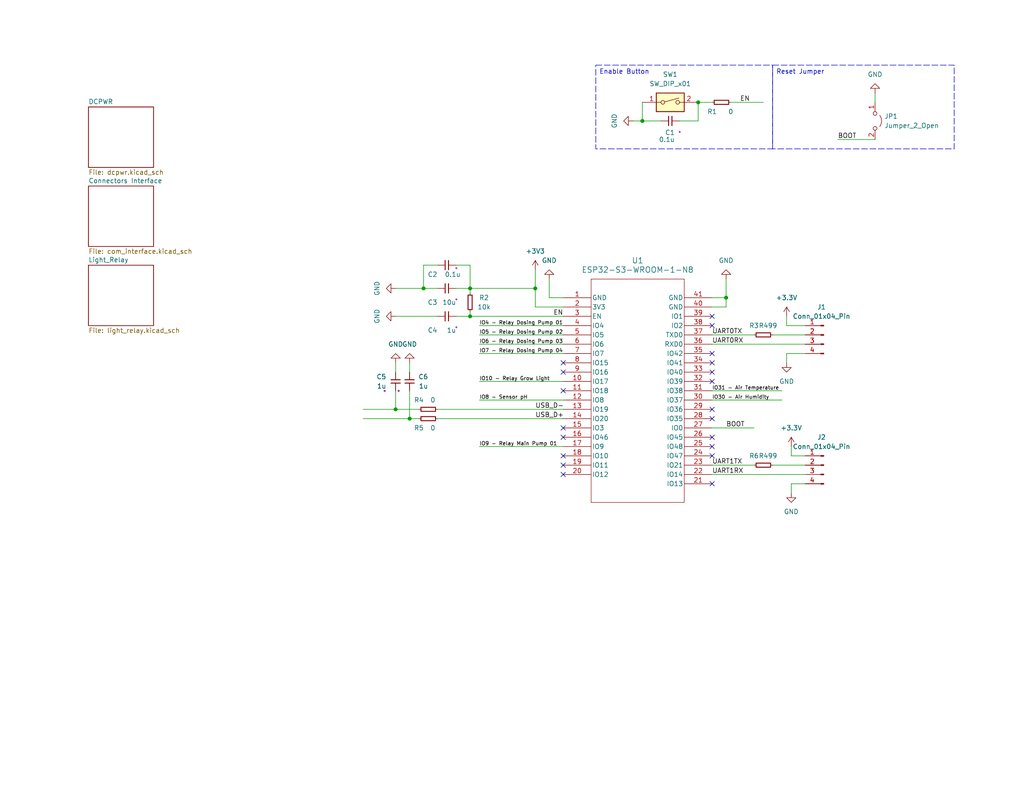
<source format=kicad_sch>
(kicad_sch (version 20230121) (generator eeschema)
  (paper "USLetter")
  (title_block (title "Hardware Schematic") (date "2023-11-11") (rev "2") (company "COEN/ELEC 490 Team 18"))
  (lib_symbols
    (symbol "2023-11-09_02-24-01:ESP32-S3-WROOM-1-N8" (pin_names (offset 0.254))
      (property "Reference" "U" (at 20.32 10.16 0))
      (property "Value" "ESP32-S3-WROOM-1-N8" (at 20.32 7.62 0))
      (symbol "ESP32-S3-WROOM-1-N8_0_1"
        (polyline (pts (xy 7.62 -55.88) (xy 33.02 -55.88)) (stroke (width 0.127)))
        (polyline (pts (xy 7.62 5.08) (xy 7.62 -55.88)) (stroke (width 0.127)))
        (polyline (pts (xy 33.02 -55.88) (xy 33.02 5.08)) (stroke (width 0.127)))
        (polyline (pts (xy 33.02 5.08) (xy 7.62 5.08)) (stroke (width 0.127)))
        (pin power_out line (at 0 0 0) (length 7.62) (name "GND") (number "1"))
        (pin bidirectional line (at 0 -22.86 0) (length 7.62) (name "IO17") (number "10"))
        (pin bidirectional line (at 0 -25.4 0) (length 7.62) (name "IO18") (number "11"))
        (pin bidirectional line (at 0 -27.94 0) (length 7.62) (name "IO8") (number "12"))
        (pin bidirectional line (at 0 -30.48 0) (length 7.62) (name "IO19") (number "13"))
        (pin bidirectional line (at 0 -33.02 0) (length 7.62) (name "IO20") (number "14"))
        (pin bidirectional line (at 0 -35.56 0) (length 7.62) (name "IO3") (number "15"))
        (pin bidirectional line (at 0 -38.1 0) (length 7.62) (name "IO46") (number "16"))
        (pin bidirectional line (at 0 -40.64 0) (length 7.62) (name "IO9") (number "17"))
        (pin bidirectional line (at 0 -43.18 0) (length 7.62) (name "IO10") (number "18"))
        (pin bidirectional line (at 0 -45.72 0) (length 7.62) (name "IO11") (number "19"))
        (pin power_in line (at 0 -2.54 0) (length 7.62) (name "3V3") (number "2"))
        (pin bidirectional line (at 0 -48.26 0) (length 7.62) (name "IO12") (number "20"))
        (pin bidirectional line (at 40.64 -50.8 180) (length 7.62) (name "IO13") (number "21"))
        (pin bidirectional line (at 40.64 -48.26 180) (length 7.62) (name "IO14") (number "22"))
        (pin bidirectional line (at 40.64 -45.72 180) (length 7.62) (name "IO21") (number "23"))
        (pin bidirectional line (at 40.64 -43.18 180) (length 7.62) (name "IO47") (number "24"))
        (pin bidirectional line (at 40.64 -40.64 180) (length 7.62) (name "IO48") (number "25"))
        (pin bidirectional line (at 40.64 -38.1 180) (length 7.62) (name "IO45") (number "26"))
        (pin bidirectional line (at 40.64 -35.56 180) (length 7.62) (name "IO0") (number "27"))
        (pin bidirectional line (at 40.64 -33.02 180) (length 7.62) (name "IO35") (number "28"))
        (pin bidirectional line (at 40.64 -30.48 180) (length 7.62) (name "IO36") (number "29"))
        (pin input line (at 0 -5.08 0) (length 7.62) (name "EN") (number "3"))
        (pin bidirectional line (at 40.64 -27.94 180) (length 7.62) (name "IO37") (number "30"))
        (pin bidirectional line (at 40.64 -25.4 180) (length 7.62) (name "IO38") (number "31"))
        (pin bidirectional line (at 40.64 -22.86 180) (length 7.62) (name "IO39") (number "32"))
        (pin bidirectional line (at 40.64 -20.32 180) (length 7.62) (name "IO40") (number "33"))
        (pin bidirectional line (at 40.64 -17.78 180) (length 7.62) (name "IO41") (number "34"))
        (pin bidirectional line (at 40.64 -15.24 180) (length 7.62) (name "IO42") (number "35"))
        (pin bidirectional line (at 40.64 -12.7 180) (length 7.62) (name "RXD0") (number "36"))
        (pin bidirectional line (at 40.64 -10.16 180) (length 7.62) (name "TXD0") (number "37"))
        (pin bidirectional line (at 40.64 -7.62 180) (length 7.62) (name "IO2") (number "38"))
        (pin bidirectional line (at 40.64 -5.08 180) (length 7.62) (name "IO1") (number "39"))
        (pin bidirectional line (at 0 -7.62 0) (length 7.62) (name "IO4") (number "4"))
        (pin power_out line (at 40.64 -2.54 180) (length 7.62) (name "GND") (number "40"))
        (pin power_out line (at 40.64 0 180) (length 7.62) (name "GND") (number "41"))
        (pin bidirectional line (at 0 -10.16 0) (length 7.62) (name "IO5") (number "5"))
        (pin bidirectional line (at 0 -12.7 0) (length 7.62) (name "IO6") (number "6"))
        (pin bidirectional line (at 0 -15.24 0) (length 7.62) (name "IO7") (number "7"))
        (pin bidirectional line (at 0 -17.78 0) (length 7.62) (name "IO15") (number "8"))
        (pin bidirectional line (at 0 -20.32 0) (length 7.62) (name "IO16") (number "9"))
      )
    )
    (symbol "Connector:Conn_01x04_Pin" (pin_names (offset 1.016) hide)
      (property "Reference" "J" (at 0 5.08 0))
      (property "Value" "Conn_01x04_Pin" (at 0 -7.62 0))
      (symbol "Conn_01x04_Pin_1_1"
        (polyline (pts (xy 1.27 -5.08) (xy 0.8636 -5.08)) (stroke (width 0.1524)))
        (polyline (pts (xy 1.27 -2.54) (xy 0.8636 -2.54)) (stroke (width 0.1524)))
        (polyline (pts (xy 1.27 0) (xy 0.8636 0)) (stroke (width 0.1524)))
        (polyline (pts (xy 1.27 2.54) (xy 0.8636 2.54)) (stroke (width 0.1524)))
        (rectangle (start 0.8636 -4.953) (end 0 -5.207) (stroke (width 0.1524)) (fill (type outline)))
        (rectangle (start 0.8636 -2.413) (end 0 -2.667) (stroke (width 0.1524)) (fill (type outline)))
        (rectangle (start 0.8636 0.127) (end 0 -0.127) (stroke (width 0.1524)) (fill (type outline)))
        (rectangle (start 0.8636 2.667) (end 0 2.413) (stroke (width 0.1524)) (fill (type outline)))
        (pin passive line (at 5.08 2.54 180) (length 3.81) (name "Pin_1") (number "1"))
        (pin passive line (at 5.08 0 180) (length 3.81) (name "Pin_2") (number "2"))
        (pin passive line (at 5.08 -2.54 180) (length 3.81) (name "Pin_3") (number "3"))
        (pin passive line (at 5.08 -5.08 180) (length 3.81) (name "Pin_4") (number "4"))
      )
    )
    (symbol "Jumper:Jumper_2_Open" (pin_names (offset 0) hide)
      (property "Reference" "JP" (at 0 2.794 0))
      (property "Value" "Jumper_2_Open" (at 0 -2.286 0))
      (symbol "Jumper_2_Open_0_0"
        (circle (center -2.032 0) (radius 0.508))
        (circle (center 2.032 0) (radius 0.508))
      )
      (symbol "Jumper_2_Open_0_1"
        (arc (start 1.524 1.27) (mid 0 1.778) (end -1.524 1.27))
      )
      (symbol "Jumper_2_Open_1_1"
        (pin passive line (at -5.08 0 0) (length 2.54) (name "A") (number "1"))
        (pin passive line (at 5.08 0 180) (length 2.54) (name "B") (number "2"))
      )
    )
    (symbol "PCM_Generic-50:C,IEC" (pin_numbers hide) (pin_names (offset 0) hide)
      (property "Reference" "C" (at 1.27 1.27 0))
      (property "Value" "C,IEC" (at 1.27 -1.27 0))
      (property "Indicator" "+" (at -1.27 1.27 0))
      (symbol "C,IEC_1_1"
        (polyline (pts (xy -1.27 -0.4572) (xy 1.27 -0.4572)) (stroke (width 0.254)))
        (polyline (pts (xy -1.27 0.4572) (xy 1.27 0.4572)) (stroke (width 0.254)))
        (pin passive line (at 0 2.54 270) (length 2.0828) (name "+") (number "1"))
        (pin passive line (at 0 -2.54 90) (length 2.0828) (name "-") (number "2"))
      )
    )
    (symbol "PCM_Generic-50:R,IEC" (pin_numbers hide) (pin_names (offset 0) hide)
      (property "Reference" "R" (at 1.27 1.27 0))
      (property "Value" "R,IEC" (at 1.27 -1.27 0))
      (symbol "R,IEC_1_1"
        (rectangle (start -0.5588 1.9812) (end 0.5588 -1.9812) (stroke (width 0.254)))
        (pin passive line (at 0 2.54 270) (length 0.5588) (name "+") (number "1"))
        (pin passive line (at 0 -2.54 90) (length 0.5588) (name "-") (number "2"))
      )
    )
    (symbol "Switch:SW_DIP_x01" (pin_names (offset 0) hide)
      (property "Reference" "SW" (at 0 3.81 0))
      (property "Value" "SW_DIP_x01" (at 0 -3.81 0))
      (symbol "SW_DIP_x01_0_0"
        (circle (center -2.032 0) (radius 0.508))
        (polyline (pts (xy -1.524 0.127) (xy 2.3622 1.1684)))
        (circle (center 2.032 0) (radius 0.508))
      )
      (symbol "SW_DIP_x01_0_1"
        (rectangle (start -3.81 2.54) (end 3.81 -2.54) (stroke (width 0.254)) (fill (type background)))
      )
      (symbol "SW_DIP_x01_1_1"
        (pin passive line (at -7.62 0 0) (length 5.08) (name "~") (number "1"))
        (pin passive line (at 7.62 0 180) (length 5.08) (name "~") (number "2"))
      )
    )
    (symbol "power:+3.3V" (power) (pin_names (offset 0))
      (property "Value" "+3.3V" (at 0 3.556 0))
      (symbol "+3.3V_0_1"
        (polyline (pts (xy -0.762 1.27) (xy 0 2.54)))
        (polyline (pts (xy 0 0) (xy 0 2.54)))
        (polyline (pts (xy 0 2.54) (xy 0.762 1.27)))
      )
      (symbol "+3.3V_1_1"
        (pin power_in line (at 0 0 90) (length 0) hide (name "+3.3V") (number "1"))
      )
    )
    (symbol "power:+3V3" (power) (pin_names (offset 0))
      (property "Value" "+3V3" (at 0 3.556 0))
      (symbol "+3V3_0_1"
        (polyline (pts (xy -0.762 1.27) (xy 0 2.54)))
        (polyline (pts (xy 0 0) (xy 0 2.54)))
        (polyline (pts (xy 0 2.54) (xy 0.762 1.27)))
      )
      (symbol "+3V3_1_1"
        (pin power_in line (at 0 0 90) (length 0) hide (name "+3V3") (number "1"))
      )
    )
    (symbol "power:GND" (power) (pin_names (offset 0))
      (property "Value" "GND" (at 0 -3.81 0))
      (symbol "GND_0_1"
        (polyline (pts (xy 0 0) (xy 0 -1.27) (xy 1.27 -1.27) (xy 0 -2.54) (xy -1.27 -1.27) (xy 0 -1.27)))
      )
      (symbol "GND_1_1"
        (pin power_in line (at 0 0 270) (length 0) hide (name "GND") (number "1"))
      )
    )
  )
  (junction (at 146.05 78.74))
  (junction (at 190.5 27.94))
  (junction (at 198.12 81.28))
  (junction (at 107.95 111.76))
  (junction (at 128.27 86.36))
  (junction (at 175.26 33.02))
  (junction (at 111.76 114.3))
  (junction (at 115.57 78.74))
  (junction (at 128.27 78.74))
  (no_connect (at 153.67 106.68))
  (no_connect (at 194.31 86.36))
  (no_connect (at 194.31 111.76))
  (no_connect (at 194.31 119.38))
  (no_connect (at 153.67 116.84))
  (no_connect (at 153.67 101.6))
  (no_connect (at 194.31 132.08))
  (no_connect (at 153.67 119.38))
  (no_connect (at 153.67 127))
  (no_connect (at 153.67 129.54))
  (no_connect (at 194.31 121.92))
  (no_connect (at 194.31 96.52))
  (no_connect (at 194.31 88.9))
  (no_connect (at 153.67 99.06))
  (no_connect (at 194.31 99.06))
  (no_connect (at 194.31 124.46))
  (no_connect (at 194.31 104.14))
  (no_connect (at 194.31 101.6))
  (no_connect (at 153.67 124.46))
  (no_connect (at 194.31 114.3))
  (wire (pts (xy 190.5 27.94) (xy 190.5 33.02)))
  (wire (pts (xy 128.27 86.36) (xy 153.67 86.36)))
  (wire (pts (xy 119.38 72.39) (xy 115.57 72.39)))
  (wire (pts (xy 119.38 78.74) (xy 115.57 78.74)))
  (wire (pts (xy 130.81 93.98) (xy 153.67 93.98)))
  (wire (pts (xy 190.5 27.94) (xy 194.31 27.94)))
  (wire (pts (xy 198.12 81.28) (xy 198.12 83.82)))
  (wire (pts (xy 194.31 129.54) (xy 219.71 129.54)))
  (wire (pts (xy 130.81 121.92) (xy 153.67 121.92)))
  (wire (pts (xy 194.31 127) (xy 205.74 127)))
  (wire (pts (xy 130.81 88.9) (xy 153.67 88.9)))
  (wire (pts (xy 130.81 91.44) (xy 153.67 91.44)))
  (wire (pts (xy 146.05 83.82) (xy 146.05 78.74)))
  (wire (pts (xy 128.27 78.74) (xy 128.27 72.39)))
  (wire (pts (xy 107.95 106.68) (xy 107.95 111.76)))
  (wire (pts (xy 180.34 33.02) (xy 175.26 33.02)))
  (wire (pts (xy 194.31 91.44) (xy 205.74 91.44)))
  (wire (pts (xy 219.71 96.52) (xy 214.63 96.52)))
  (wire (pts (xy 119.38 114.3) (xy 153.67 114.3)))
  (wire (pts (xy 128.27 78.74) (xy 124.46 78.74)))
  (wire (pts (xy 111.76 99.06) (xy 111.76 101.6)))
  (wire (pts (xy 194.31 106.68) (xy 213.36 106.68)))
  (wire (pts (xy 111.76 106.68) (xy 111.76 114.3)))
  (wire (pts (xy 128.27 86.36) (xy 124.46 86.36)))
  (wire (pts (xy 219.71 132.08) (xy 215.9 132.08)))
  (wire (pts (xy 130.81 96.52) (xy 153.67 96.52)))
  (wire (pts (xy 219.71 88.9) (xy 214.63 88.9)))
  (wire (pts (xy 146.05 73.66) (xy 146.05 78.74)))
  (wire (pts (xy 119.38 111.76) (xy 153.67 111.76)))
  (wire (pts (xy 228.6 38.1) (xy 238.76 38.1)))
  (wire (pts (xy 149.86 81.28) (xy 153.67 81.28)))
  (wire (pts (xy 190.5 33.02) (xy 185.42 33.02)))
  (wire (pts (xy 194.31 81.28) (xy 198.12 81.28)))
  (wire (pts (xy 111.76 114.3) (xy 114.3 114.3)))
  (wire (pts (xy 210.82 127) (xy 219.71 127)))
  (wire (pts (xy 107.95 111.76) (xy 114.3 111.76)))
  (wire (pts (xy 215.9 132.08) (xy 215.9 134.62)))
  (wire (pts (xy 198.12 76.2) (xy 198.12 81.28)))
  (wire (pts (xy 214.63 96.52) (xy 214.63 99.06)))
  (wire (pts (xy 194.31 93.98) (xy 219.71 93.98)))
  (wire (pts (xy 172.72 33.02) (xy 175.26 33.02)))
  (wire (pts (xy 115.57 78.74) (xy 107.95 78.74)))
  (wire (pts (xy 214.63 88.9) (xy 214.63 86.36)))
  (wire (pts (xy 119.38 86.36) (xy 107.95 86.36)))
  (wire (pts (xy 215.9 121.92) (xy 215.9 124.46)))
  (wire (pts (xy 130.81 104.14) (xy 153.67 104.14)))
  (wire (pts (xy 146.05 83.82) (xy 153.67 83.82)))
  (wire (pts (xy 210.82 91.44) (xy 219.71 91.44)))
  (wire (pts (xy 198.12 83.82) (xy 194.31 83.82)))
  (wire (pts (xy 128.27 72.39) (xy 124.46 72.39)))
  (wire (pts (xy 128.27 78.74) (xy 146.05 78.74)))
  (wire (pts (xy 128.27 85.09) (xy 128.27 86.36)))
  (wire (pts (xy 128.27 78.74) (xy 128.27 80.01)))
  (wire (pts (xy 99.06 111.76) (xy 107.95 111.76)))
  (wire (pts (xy 199.39 27.94) (xy 208.28 27.94)))
  (wire (pts (xy 115.57 72.39) (xy 115.57 78.74)))
  (wire (pts (xy 107.95 99.06) (xy 107.95 101.6)))
  (wire (pts (xy 99.06 114.3) (xy 111.76 114.3)))
  (wire (pts (xy 130.81 109.22) (xy 153.67 109.22)))
  (wire (pts (xy 149.86 76.2) (xy 149.86 81.28)))
  (wire (pts (xy 175.26 33.02) (xy 175.26 27.94)))
  (wire (pts (xy 194.31 116.84) (xy 205.74 116.84)))
  (wire (pts (xy 238.76 25.4) (xy 238.76 27.94)))
  (wire (pts (xy 219.71 124.46) (xy 215.9 124.46)))
  (wire (pts (xy 194.31 109.22) (xy 213.36 109.22)))
  (text_box "Reset Jumper" (at 210.82 17.78 0) (size 49.53 22.86) (stroke (width 0) (type dash)) (effects (font (size 1.27 1.27)) (justify left top)))
  (text_box "Enable Button" (at 162.56 17.78 0) (size 48.26 22.86) (stroke (width 0) (type dash)) (effects (font (size 1.27 1.27)) (justify left top)))
  (label "UART1TX" (at 194.31 127 0))
  (label "IO8 - Sensor pH" (at 130.81 109.22 0) (effects (font (size 1 1))))
  (label "UART0RX" (at 194.31 93.98 0))
  (label "IO7 - Relay Dosing Pump 04" (at 130.81 96.52 0) (effects (font (size 1 1))))
  (label "USB_D-" (at 146.05 111.76 0))
  (label "IO31 - Air Temperature" (at 194.31 106.68 0) (effects (font (size 1 1))))
  (label "IO10 - Relay Grow Light" (at 130.81 104.14 0) (effects (font (size 1 1))))
  (label "UART1RX" (at 194.31 129.54 0))
  (label "IO6 - Relay Dosing Pump 03" (at 130.81 93.98 0) (effects (font (size 1 1))))
  (label "BOOT" (at 228.6 38.1 0))
  (label "EN" (at 153.67 86.36 180))
  (label "IO4 - Relay Dosing Pump 01" (at 130.81 88.9 0) (effects (font (size 1 1))))
  (label "EN" (at 201.93 27.94 0))
  (label "UART0TX" (at 194.31 91.44 0))
  (label "BOOT" (at 198.12 116.84 0))
  (label "IO5 - Relay Dosing Pump 02" (at 130.81 91.44 0) (effects (font (size 1 1))))
  (label "USB_D+" (at 146.05 114.3 0))
  (label "IO30 - Air Humidity" (at 194.31 109.22 0) (effects (font (size 1 1))))
  (label "IO9 - Relay Main Pump 01" (at 130.81 121.92 0) (effects (font (size 1 1))))
  (symbol (lib_id "power:GND") (at 111.76 99.06 180) (unit 1)
    (property "Reference" "#PWR010" (effects hide))
    (property "Value" "GND" (at 111.76 93.98 0))
  )
  (symbol (lib_id "Switch:SW_DIP_x01") (at 182.88 27.94 0) (unit 1)
    (property "Reference" "SW1" (at 182.88 20.32 0))
    (property "Value" "SW_DIP_x01" (at 182.88 22.86 0))
    (property "Footprint" "Button_Switch_THT:SW_PUSH_6mm_H7.3mm" (effects hide))
  )
  (symbol (lib_id "PCM_Generic-50:R,IEC") (at 128.27 82.55 180) (unit 1)
    (property "Reference" "R2" (at 132.08 81.28 0))
    (property "Value" "10k" (at 132.08 83.82 0))
    (property "Footprint" "Resistor_THT:R_Axial_DIN0414_L11.9mm_D4.5mm_P20.32mm_Horizontal" (effects hide))
    (property "Indicator" "+" (effects hide))
  )
  (symbol (lib_id "power:GND") (at 214.63 99.06 0) (unit 1)
    (property "Reference" "#PWR011" (effects hide))
    (property "Value" "GND" (at 214.63 104.14 0))
  )
  (symbol (lib_id "PCM_Generic-50:C,IEC") (at 182.88 33.02 90) (mirror x) (unit 1)
    (property "Reference" "C1" (at 184.15 36.195 90) (effects (justify left)))
    (property "Value" "0.1u" (at 184.15 38.1 90) (effects (justify left)))
    (property "Footprint" "Capacitor_THT:CP_Axial_L10.0mm_D6.0mm_P15.00mm_Horizontal" (effects hide))
    (property "Indicator" "+" (at 185.42 35.56 0) (effects (font (size 0.635 0.635)) (justify left)))
  )
  (symbol (lib_id "power:GND") (at 238.76 25.4 180) (unit 1)
    (property "Reference" "#PWR01" (effects hide))
    (property "Value" "GND" (at 238.76 20.32 0))
  )
  (symbol (lib_id "PCM_Generic-50:R,IEC") (at 208.28 91.44 270) (unit 1)
    (property "Reference" "R3" (at 205.74 88.9 90))
    (property "Value" "R499" (at 209.55 88.9 90))
    (property "Footprint" "Resistor_THT:R_Axial_DIN0414_L11.9mm_D4.5mm_P20.32mm_Horizontal" (effects hide))
    (property "Indicator" "+" (effects hide))
  )
  (symbol (lib_id "power:GND") (at 149.86 76.2 180) (unit 1)
    (property "Reference" "#PWR04" (effects hide))
    (property "Value" "GND" (at 149.86 71.12 0))
  )
  (symbol (lib_id "Connector:Conn_01x04_Pin") (at 224.79 91.44 0) (mirror y) (unit 1)
    (property "Reference" "J1" (at 224.155 83.82 0))
    (property "Value" "Conn_01x04_Pin" (at 224.155 86.36 0))
    (property "Footprint" "Connector_Molex:Molex_KK-254_AE-6410-04A_1x04_P2.54mm_Vertical" (effects hide))
  )
  (symbol (lib_id "2023-11-09_02-24-01:ESP32-S3-WROOM-1-N8") (at 153.67 81.28 0) (unit 1)
    (property "Reference" "U1" (at 173.99 71.12 0) (effects (font (size 1.524 1.524))))
    (property "Value" "ESP32-S3-WROOM-1-N8" (at 173.99 73.66 0) (effects (font (size 1.524 1.524))))
    (property "Footprint" "footprints:ESP32-S3-WROOM-1-N8_EXP" (effects hide))
    (property "Datasheet" "ESP32-S3-WROOM-1-N8" (effects hide))
  )
  (symbol (lib_id "PCM_Generic-50:C,IEC") (at 111.76 104.14 0) (mirror y) (unit 1)
    (property "Reference" "C6" (at 116.84 102.87 0) (effects (justify left)))
    (property "Value" "1u" (at 116.84 105.41 0) (effects (justify left)))
    (property "Footprint" "Capacitor_THT:CP_Axial_L10.0mm_D6.0mm_P15.00mm_Horizontal" (effects hide))
    (property "Indicator" "+" (at 109.22 106.68 0) (effects (font (size 0.635 0.635)) (justify left)))
  )
  (symbol (lib_id "power:+3.3V") (at 214.63 86.36 0) (unit 1)
    (property "Reference" "#PWR08" (effects hide))
    (property "Value" "+3.3V" (at 214.63 81.28 0))
  )
  (symbol (lib_id "power:GND") (at 172.72 33.02 270) (unit 1)
    (property "Reference" "#PWR02" (effects hide))
    (property "Value" "GND" (at 167.64 33.02 0))
  )
  (symbol (lib_id "PCM_Generic-50:R,IEC") (at 208.28 127 270) (unit 1)
    (property "Reference" "R6" (at 205.74 124.46 90))
    (property "Value" "R499" (at 209.55 124.46 90))
    (property "Footprint" "Resistor_THT:R_Axial_DIN0414_L11.9mm_D4.5mm_P20.32mm_Horizontal" (effects hide))
    (property "Indicator" "+" (effects hide))
  )
  (symbol (lib_id "power:GND") (at 198.12 76.2 180) (unit 1)
    (property "Reference" "#PWR05" (effects hide))
    (property "Value" "GND" (at 198.12 71.12 0))
  )
  (symbol (lib_id "Connector:Conn_01x04_Pin") (at 224.79 127 0) (mirror y) (unit 1)
    (property "Reference" "J2" (at 224.155 119.38 0))
    (property "Value" "Conn_01x04_Pin" (at 224.155 121.92 0))
    (property "Footprint" "Connector_Molex:Molex_KK-254_AE-6410-04A_1x04_P2.54mm_Vertical" (effects hide))
  )
  (symbol (lib_id "PCM_Generic-50:R,IEC") (at 116.84 111.76 270) (unit 1)
    (property "Reference" "R4" (at 114.3 109.22 90))
    (property "Value" "0" (at 118.11 109.22 90))
    (property "Footprint" "Resistor_THT:R_Axial_DIN0414_L11.9mm_D4.5mm_P20.32mm_Horizontal" (effects hide))
    (property "Indicator" "+" (effects hide))
  )
  (symbol (lib_id "power:+3.3V") (at 215.9 121.92 0) (unit 1)
    (property "Reference" "#PWR012" (effects hide))
    (property "Value" "+3.3V" (at 215.9 116.84 0))
  )
  (symbol (lib_id "power:+3V3") (at 146.05 73.66 0) (unit 1)
    (property "Reference" "#PWR03" (effects hide))
    (property "Value" "+3V3" (at 146.05 68.58 0))
  )
  (symbol (lib_id "power:GND") (at 107.95 99.06 180) (unit 1)
    (property "Reference" "#PWR09" (effects hide))
    (property "Value" "GND" (at 107.95 93.98 0))
  )
  (symbol (lib_id "power:GND") (at 215.9 134.62 0) (unit 1)
    (property "Reference" "#PWR013" (effects hide))
    (property "Value" "GND" (at 215.9 139.7 0))
  )
  (symbol (lib_id "PCM_Generic-50:C,IEC") (at 121.92 72.39 90) (unit 1)
    (property "Reference" "C2" (at 119.38 74.93 90) (effects (justify left)))
    (property "Value" "0.1u" (at 125.73 74.93 90) (effects (justify left)))
    (property "Footprint" "Capacitor_THT:CP_Axial_L10.0mm_D6.0mm_P15.00mm_Horizontal" (effects hide))
    (property "Indicator" "+" (at 124.46 73.66 0) (effects (font (size 0.635 0.635)) (justify left)))
  )
  (symbol (lib_id "PCM_Generic-50:C,IEC") (at 107.95 104.14 0) (mirror y) (unit 1)
    (property "Reference" "C5" (at 105.41 102.87 0) (effects (justify left)))
    (property "Value" "1u" (at 105.41 105.41 0) (effects (justify left)))
    (property "Footprint" "Capacitor_THT:CP_Axial_L10.0mm_D6.0mm_P15.00mm_Horizontal" (effects hide))
    (property "Indicator" "+" (at 105.41 106.68 0) (effects (font (size 0.635 0.635)) (justify left)))
  )
  (symbol (lib_id "PCM_Generic-50:R,IEC") (at 116.84 114.3 270) (unit 1)
    (property "Reference" "R5" (at 114.3 116.84 90))
    (property "Value" "0" (at 118.11 116.84 90))
    (property "Footprint" "Resistor_THT:R_Axial_DIN0414_L11.9mm_D4.5mm_P20.32mm_Horizontal" (effects hide))
    (property "Indicator" "+" (effects hide))
  )
  (symbol (lib_id "PCM_Generic-50:C,IEC") (at 121.92 78.74 90) (mirror x) (unit 1)
    (property "Reference" "C3" (at 119.38 82.55 90) (effects (justify left)))
    (property "Value" "10u" (at 124.46 82.55 90) (effects (justify left)))
    (property "Footprint" "Capacitor_THT:CP_Axial_L10.0mm_D6.0mm_P15.00mm_Horizontal" (effects hide))
    (property "Indicator" "+" (at 124.46 81.28 0) (effects (font (size 0.635 0.635)) (justify left)))
  )
  (symbol (lib_id "PCM_Generic-50:C,IEC") (at 121.92 86.36 90) (mirror x) (unit 1)
    (property "Reference" "C4" (at 119.38 90.17 90) (effects (justify left)))
    (property "Value" "1u" (at 124.46 90.17 90) (effects (justify left)))
    (property "Footprint" "Capacitor_THT:CP_Axial_L10.0mm_D6.0mm_P15.00mm_Horizontal" (effects hide))
    (property "Indicator" "+" (at 124.46 88.9 0) (effects (font (size 0.635 0.635)) (justify left)))
  )
  (symbol (lib_id "Jumper:Jumper_2_Open") (at 238.76 33.02 270) (unit 1)
    (property "Reference" "JP1" (at 241.3 31.75 90) (effects (justify left)))
    (property "Value" "Jumper_2_Open" (at 241.3 34.29 90) (effects (justify left)))
    (property "Footprint" "TestPoint:TestPoint_2Pads_Pitch5.08mm_Drill1.3mm" (effects hide))
  )
  (symbol (lib_id "power:GND") (at 107.95 86.36 270) (unit 1)
    (property "Reference" "#PWR07" (effects hide))
    (property "Value" "GND" (at 102.87 86.36 0))
  )
  (symbol (lib_id "power:GND") (at 107.95 78.74 270) (unit 1)
    (property "Reference" "#PWR06" (effects hide))
    (property "Value" "GND" (at 102.87 78.74 0))
  )
  (symbol (lib_id "PCM_Generic-50:R,IEC") (at 196.85 27.94 90) (unit 1)
    (property "Reference" "R1" (at 194.31 30.48 90))
    (property "Value" "0" (at 199.39 30.48 90))
    (property "Footprint" "Resistor_THT:R_Axial_DIN0414_L11.9mm_D4.5mm_P20.32mm_Horizontal" (effects hide))
    (property "Indicator" "+" (effects hide))
  )
  (sheet (at 24.13 50.8) (size 17.78 16.51) (stroke (width 0.1524))
    (property "Sheetname" "Connectors Interface" (at 24.13 50.0884 0) (effects (justify left bottom)))
    (property "Sheetfile" "com_interface.kicad_sch" (at 24.13 67.8946 0) (effects (justify left top)))
  )
  (sheet (at 24.13 72.39) (size 17.78 16.51) (stroke (width 0.1524))
    (property "Sheetname" "Light_Relay" (at 24.13 71.6784 0) (effects (justify left bottom)))
    (property "Sheetfile" "light_relay.kicad_sch" (at 24.13 89.4846 0) (effects (justify left top)))
  )
  (sheet (at 24.13 29.21) (size 17.78 16.51) (stroke (width 0.1524))
    (property "Sheetname" "DCPWR" (at 24.13 28.4984 0) (effects (justify left bottom)))
    (property "Sheetfile" "dcpwr.kicad_sch" (at 24.13 46.3046 0) (effects (justify left top)))
  )
)
</source>
